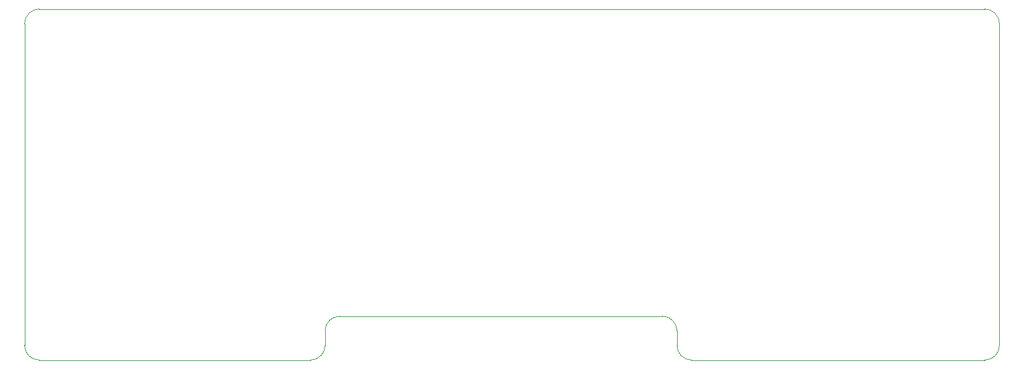
<source format=gbr>
G04 #@! TF.GenerationSoftware,KiCad,Pcbnew,7.0.2*
G04 #@! TF.CreationDate,2024-01-03T16:57:31-08:00*
G04 #@! TF.ProjectId,UsbSourceMeasure,55736253-6f75-4726-9365-4d6561737572,rev?*
G04 #@! TF.SameCoordinates,PX8f0d180PY7270e00*
G04 #@! TF.FileFunction,Profile,NP*
%FSLAX46Y46*%
G04 Gerber Fmt 4.6, Leading zero omitted, Abs format (unit mm)*
G04 Created by KiCad (PCBNEW 7.0.2) date 2024-01-03 16:57:31*
%MOMM*%
%LPD*%
G01*
G04 APERTURE LIST*
G04 #@! TA.AperFunction,Profile*
%ADD10C,0.050000*%
G04 #@! TD*
G04 APERTURE END LIST*
D10*
X-65000000Y-13000000D02*
G75*
G03*
X-63000000Y-15000000I2000000J0D01*
G01*
X-63000000Y33000000D02*
G75*
G03*
X-65000000Y31000000I0J-2000000D01*
G01*
X66000000Y-15000000D02*
G75*
G03*
X68000000Y-13000000I0J2000000D01*
G01*
X26000000Y-15000000D02*
X66000000Y-15000000D01*
X-22000000Y-9000000D02*
G75*
G03*
X-24000000Y-11000000I0J-2000000D01*
G01*
X-65000000Y-13000000D02*
X-65000000Y31000000D01*
X68000000Y31000000D02*
G75*
G03*
X66000000Y33000000I-2000000J0D01*
G01*
X-63000000Y33000000D02*
X66000000Y33000000D01*
X-24000000Y-13000000D02*
X-24000000Y-11000000D01*
X24000000Y-11000000D02*
X24000000Y-13000000D01*
X-26000000Y-15000000D02*
G75*
G03*
X-24000000Y-13000000I0J2000000D01*
G01*
X68000000Y31000000D02*
X68000000Y-13000000D01*
X24000000Y-11000000D02*
G75*
G03*
X22000000Y-9000000I-2000000J0D01*
G01*
X-22000000Y-9000000D02*
X22000000Y-9000000D01*
X-26000000Y-15000000D02*
X-63000000Y-15000000D01*
X24000000Y-13000000D02*
G75*
G03*
X26000000Y-15000000I2000000J0D01*
G01*
M02*

</source>
